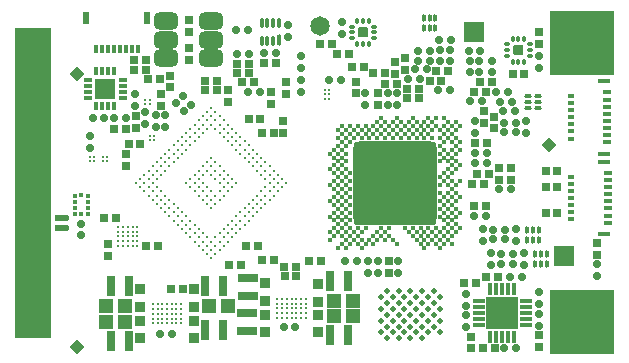
<source format=gbs>
G04*
G04 #@! TF.GenerationSoftware,Altium Limited,Altium Designer,19.0.15 (446)*
G04*
G04 Layer_Color=16711935*
%FSLAX24Y24*%
%MOIN*%
G70*
G01*
G75*
%ADD27R,0.0315X0.0315*%
%ADD43R,0.0295X0.0157*%
%ADD60R,0.0266X0.0236*%
%ADD61R,0.0440X0.0420*%
%ADD63R,0.1230X1.0335*%
%ADD64R,0.0256X0.0256*%
G04:AMPARAMS|DCode=65|XSize=25.6mil|YSize=25.6mil|CornerRadius=9.8mil|HoleSize=0mil|Usage=FLASHONLY|Rotation=180.000|XOffset=0mil|YOffset=0mil|HoleType=Round|Shape=RoundedRectangle|*
%AMROUNDEDRECTD65*
21,1,0.0256,0.0059,0,0,180.0*
21,1,0.0059,0.0256,0,0,180.0*
1,1,0.0197,-0.0030,0.0030*
1,1,0.0197,0.0030,0.0030*
1,1,0.0197,0.0030,-0.0030*
1,1,0.0197,-0.0030,-0.0030*
%
%ADD65ROUNDEDRECTD65*%
%ADD67C,0.0118*%
%ADD68R,0.0374X0.0374*%
%ADD70R,0.0256X0.0256*%
%ADD71R,0.0689X0.0256*%
G04:AMPARAMS|DCode=75|XSize=25.6mil|YSize=25.6mil|CornerRadius=9.8mil|HoleSize=0mil|Usage=FLASHONLY|Rotation=90.000|XOffset=0mil|YOffset=0mil|HoleType=Round|Shape=RoundedRectangle|*
%AMROUNDEDRECTD75*
21,1,0.0256,0.0059,0,0,90.0*
21,1,0.0059,0.0256,0,0,90.0*
1,1,0.0197,0.0030,0.0030*
1,1,0.0197,0.0030,-0.0030*
1,1,0.0197,-0.0030,-0.0030*
1,1,0.0197,-0.0030,0.0030*
%
%ADD75ROUNDEDRECTD75*%
%ADD76R,0.1063X0.1063*%
%ADD77O,0.0165X0.0409*%
%ADD78O,0.0409X0.0165*%
%ADD79P,0.0501X4X90.0*%
%ADD80C,0.0236*%
%ADD81R,0.0138X0.0236*%
%ADD82C,0.0650*%
%ADD88R,0.0459X0.0459*%
%ADD107R,0.1043X0.0295*%
%ADD108R,0.2165X0.2165*%
%ADD114C,0.0197*%
%ADD168R,0.0315X0.0315*%
%ADD169C,0.0169*%
%ADD170R,0.0236X0.0157*%
%ADD171R,0.0433X0.0177*%
%ADD172R,0.0138X0.0177*%
%ADD173R,0.0177X0.0138*%
G04:AMPARAMS|DCode=174|XSize=37.4mil|YSize=15.7mil|CornerRadius=5.4mil|HoleSize=0mil|Usage=FLASHONLY|Rotation=90.000|XOffset=0mil|YOffset=0mil|HoleType=Round|Shape=RoundedRectangle|*
%AMROUNDEDRECTD174*
21,1,0.0374,0.0049,0,0,90.0*
21,1,0.0266,0.0157,0,0,90.0*
1,1,0.0108,0.0025,0.0133*
1,1,0.0108,0.0025,-0.0133*
1,1,0.0108,-0.0025,-0.0133*
1,1,0.0108,-0.0025,0.0133*
%
%ADD174ROUNDEDRECTD174*%
G04:AMPARAMS|DCode=175|XSize=33.5mil|YSize=15.7mil|CornerRadius=5.4mil|HoleSize=0mil|Usage=FLASHONLY|Rotation=90.000|XOffset=0mil|YOffset=0mil|HoleType=Round|Shape=RoundedRectangle|*
%AMROUNDEDRECTD175*
21,1,0.0335,0.0049,0,0,90.0*
21,1,0.0226,0.0157,0,0,90.0*
1,1,0.0108,0.0025,0.0113*
1,1,0.0108,0.0025,-0.0113*
1,1,0.0108,-0.0025,-0.0113*
1,1,0.0108,-0.0025,0.0113*
%
%ADD175ROUNDEDRECTD175*%
G04:AMPARAMS|DCode=176|XSize=13mil|YSize=24.8mil|CornerRadius=4mil|HoleSize=0mil|Usage=FLASHONLY|Rotation=90.000|XOffset=0mil|YOffset=0mil|HoleType=Round|Shape=RoundedRectangle|*
%AMROUNDEDRECTD176*
21,1,0.0130,0.0167,0,0,90.0*
21,1,0.0049,0.0248,0,0,90.0*
1,1,0.0081,0.0084,0.0025*
1,1,0.0081,0.0084,-0.0025*
1,1,0.0081,-0.0084,-0.0025*
1,1,0.0081,-0.0084,0.0025*
%
%ADD176ROUNDEDRECTD176*%
%ADD177R,0.0256X0.0689*%
%ADD178R,0.0650X0.0650*%
%ADD179O,0.0276X0.0157*%
%ADD180O,0.0157X0.0276*%
%ADD181R,0.0709X0.0709*%
%ADD182R,0.0650X0.0650*%
G04:AMPARAMS|DCode=183|XSize=25.6mil|YSize=25.6mil|CornerRadius=9.8mil|HoleSize=0mil|Usage=FLASHONLY|Rotation=135.000|XOffset=0mil|YOffset=0mil|HoleType=Round|Shape=RoundedRectangle|*
%AMROUNDEDRECTD183*
21,1,0.0256,0.0059,0,0,135.0*
21,1,0.0059,0.0256,0,0,135.0*
1,1,0.0197,0.0000,0.0042*
1,1,0.0197,0.0042,0.0000*
1,1,0.0197,0.0000,-0.0042*
1,1,0.0197,-0.0042,0.0000*
%
%ADD183ROUNDEDRECTD183*%
G04:AMPARAMS|DCode=184|XSize=13mil|YSize=24.8mil|CornerRadius=4mil|HoleSize=0mil|Usage=FLASHONLY|Rotation=0.000|XOffset=0mil|YOffset=0mil|HoleType=Round|Shape=RoundedRectangle|*
%AMROUNDEDRECTD184*
21,1,0.0130,0.0167,0,0,0.0*
21,1,0.0049,0.0248,0,0,0.0*
1,1,0.0081,0.0025,-0.0084*
1,1,0.0081,-0.0025,-0.0084*
1,1,0.0081,-0.0025,0.0084*
1,1,0.0081,0.0025,0.0084*
%
%ADD184ROUNDEDRECTD184*%
%ADD185O,0.0236X0.0138*%
%ADD186O,0.0138X0.0236*%
G04:AMPARAMS|DCode=187|XSize=35.8mil|YSize=35.8mil|CornerRadius=6.7mil|HoleSize=0mil|Usage=FLASHONLY|Rotation=0.000|XOffset=0mil|YOffset=0mil|HoleType=Round|Shape=RoundedRectangle|*
%AMROUNDEDRECTD187*
21,1,0.0358,0.0224,0,0,0.0*
21,1,0.0224,0.0358,0,0,0.0*
1,1,0.0134,0.0112,-0.0112*
1,1,0.0134,-0.0112,-0.0112*
1,1,0.0134,-0.0112,0.0112*
1,1,0.0134,0.0112,0.0112*
%
%ADD187ROUNDEDRECTD187*%
G04:AMPARAMS|DCode=188|XSize=42.9mil|YSize=42.9mil|CornerRadius=11.7mil|HoleSize=0mil|Usage=FLASHONLY|Rotation=180.000|XOffset=0mil|YOffset=0mil|HoleType=Round|Shape=RoundedRectangle|*
%AMROUNDEDRECTD188*
21,1,0.0429,0.0195,0,0,180.0*
21,1,0.0195,0.0429,0,0,180.0*
1,1,0.0234,-0.0097,0.0097*
1,1,0.0234,0.0097,0.0097*
1,1,0.0234,0.0097,-0.0097*
1,1,0.0234,-0.0097,-0.0097*
%
%ADD188ROUNDEDRECTD188*%
%ADD189R,0.2402X0.2791*%
%ADD190R,0.2791X0.2402*%
G04:AMPARAMS|DCode=191|XSize=42.9mil|YSize=42.9mil|CornerRadius=11.7mil|HoleSize=0mil|Usage=FLASHONLY|Rotation=90.000|XOffset=0mil|YOffset=0mil|HoleType=Round|Shape=RoundedRectangle|*
%AMROUNDEDRECTD191*
21,1,0.0429,0.0195,0,0,90.0*
21,1,0.0195,0.0429,0,0,90.0*
1,1,0.0234,0.0097,0.0097*
1,1,0.0234,0.0097,-0.0097*
1,1,0.0234,-0.0097,-0.0097*
1,1,0.0234,-0.0097,0.0097*
%
%ADD191ROUNDEDRECTD191*%
%ADD192C,0.0118*%
%ADD193R,0.0157X0.0315*%
%ADD194R,0.0197X0.0433*%
G04:AMPARAMS|DCode=195|XSize=57.1mil|YSize=78.7mil|CornerRadius=15.7mil|HoleSize=0mil|Usage=FLASHONLY|Rotation=270.000|XOffset=0mil|YOffset=0mil|HoleType=Round|Shape=RoundedRectangle|*
%AMROUNDEDRECTD195*
21,1,0.0571,0.0472,0,0,270.0*
21,1,0.0256,0.0787,0,0,270.0*
1,1,0.0315,-0.0236,-0.0128*
1,1,0.0315,-0.0236,0.0128*
1,1,0.0315,0.0236,0.0128*
1,1,0.0315,0.0236,-0.0128*
%
%ADD195ROUNDEDRECTD195*%
G36*
X45669Y46654D02*
Y46427D01*
X45354D01*
Y46742D01*
X45581D01*
X45669Y46654D01*
D02*
G37*
G36*
X50532Y45925D02*
Y46152D01*
X50846D01*
Y45837D01*
X50620D01*
X50532Y45925D01*
D02*
G37*
G54D27*
X37116Y44508D02*
D03*
X36722Y44902D02*
D03*
G54D43*
X53657Y42933D02*
D03*
Y44114D02*
D03*
Y44587D02*
D03*
Y44351D02*
D03*
Y43878D02*
D03*
Y43642D02*
D03*
Y43406D02*
D03*
Y43169D02*
D03*
X53661Y40482D02*
D03*
Y40719D02*
D03*
Y40955D02*
D03*
Y41191D02*
D03*
Y41663D02*
D03*
Y41900D02*
D03*
Y41427D02*
D03*
Y40246D02*
D03*
G54D60*
X35468Y40404D02*
D03*
X35468Y40069D02*
D03*
G54D61*
X44528Y37648D02*
D03*
X45168D02*
D03*
X44528Y37136D02*
D03*
X45168D02*
D03*
X36929Y37481D02*
D03*
X37569D02*
D03*
X37569Y36929D02*
D03*
X36929D02*
D03*
X41024Y37480D02*
D03*
X40384D02*
D03*
G54D63*
X34523Y41575D02*
D03*
G54D64*
X38091Y42884D02*
D03*
X37697D02*
D03*
X45856Y45226D02*
D03*
X46250D02*
D03*
X42208Y45570D02*
D03*
X42602D02*
D03*
X42146Y43235D02*
D03*
X42539D02*
D03*
X51988Y41978D02*
D03*
X51594D02*
D03*
Y41427D02*
D03*
X51988D02*
D03*
X51594Y40571D02*
D03*
X51988D02*
D03*
X47362Y44715D02*
D03*
X46968D02*
D03*
X49813Y44921D02*
D03*
X49419D02*
D03*
X47362Y44400D02*
D03*
X46968D02*
D03*
X49616Y44606D02*
D03*
X49222D02*
D03*
X48120Y44971D02*
D03*
X47726D02*
D03*
X48337Y45305D02*
D03*
X47943D02*
D03*
X49528Y41536D02*
D03*
X49134D02*
D03*
X41319Y45236D02*
D03*
X41713D02*
D03*
X49892Y36053D02*
D03*
X49498D02*
D03*
X48888Y38238D02*
D03*
X49282D02*
D03*
X50000Y38425D02*
D03*
X49606D02*
D03*
X50039Y42057D02*
D03*
X50433D02*
D03*
X49311Y41860D02*
D03*
X49705D02*
D03*
X38681Y39459D02*
D03*
X38287D02*
D03*
X42884Y38780D02*
D03*
X43278D02*
D03*
X38268Y45660D02*
D03*
X37874D02*
D03*
X37874Y45345D02*
D03*
X38268D02*
D03*
X38750Y45030D02*
D03*
X38356D02*
D03*
X36890Y40413D02*
D03*
X37283D02*
D03*
X37224Y43356D02*
D03*
X37618D02*
D03*
X44085Y46211D02*
D03*
X44478D02*
D03*
X43720Y38957D02*
D03*
X44114D02*
D03*
X42894Y38465D02*
D03*
X43287D02*
D03*
X42156Y38986D02*
D03*
X42549D02*
D03*
X41604Y39459D02*
D03*
X41998D02*
D03*
X42087Y43711D02*
D03*
X41693D02*
D03*
X40640Y44980D02*
D03*
X40246D02*
D03*
X40640Y44665D02*
D03*
X40246D02*
D03*
X45148Y45423D02*
D03*
X45541D02*
D03*
X41713Y45551D02*
D03*
X41319D02*
D03*
X45049Y45856D02*
D03*
X44656D02*
D03*
X39498Y38022D02*
D03*
X39104D02*
D03*
X41870Y44921D02*
D03*
X41476D02*
D03*
X49636Y42904D02*
D03*
X49242D02*
D03*
X50886Y45217D02*
D03*
X50492D02*
D03*
X49596Y40817D02*
D03*
X49203D02*
D03*
X46644Y44882D02*
D03*
X46250D02*
D03*
X50433Y41683D02*
D03*
X50039D02*
D03*
X41437Y38829D02*
D03*
X41043D02*
D03*
G54D65*
X42208Y45904D02*
D03*
X42602D02*
D03*
X50423Y38425D02*
D03*
X50817D02*
D03*
X50600Y36053D02*
D03*
X50207D02*
D03*
X38740Y36545D02*
D03*
X39134D02*
D03*
X42864Y36782D02*
D03*
X43258D02*
D03*
X50248Y39687D02*
D03*
X50246Y40000D02*
D03*
X50433Y41358D02*
D03*
X50039D02*
D03*
X36496Y43721D02*
D03*
X36890D02*
D03*
X37224D02*
D03*
X37618D02*
D03*
X50207Y43583D02*
D03*
X50600D02*
D03*
X49419Y45984D02*
D03*
X49026D02*
D03*
X41673Y46654D02*
D03*
X41280D02*
D03*
X42067Y44597D02*
D03*
X41673D02*
D03*
X49636Y42569D02*
D03*
X49242D02*
D03*
X49636Y42244D02*
D03*
X49242D02*
D03*
X45315Y38967D02*
D03*
X44921D02*
D03*
X49203Y40482D02*
D03*
X49596D02*
D03*
X49065Y44291D02*
D03*
X44380Y44990D02*
D03*
X44774D02*
D03*
X49931Y44606D02*
D03*
X50325D02*
D03*
X50600Y43268D02*
D03*
X50207D02*
D03*
X50089Y44272D02*
D03*
X50482D02*
D03*
X50581Y43957D02*
D03*
X50187D02*
D03*
X47628Y45354D02*
D03*
X47234D02*
D03*
X47346Y45650D02*
D03*
X47739D02*
D03*
X48435Y46349D02*
D03*
X48041D02*
D03*
X41713Y45866D02*
D03*
X41319D02*
D03*
X47411Y45030D02*
D03*
X47018D02*
D03*
X47736Y45965D02*
D03*
X47343D02*
D03*
X50117Y39187D02*
D03*
Y38872D02*
D03*
X50511Y39187D02*
D03*
Y38872D02*
D03*
X49852Y40000D02*
D03*
X49854Y39687D02*
D03*
X49459Y44291D02*
D03*
X48406Y44656D02*
D03*
X48012D02*
D03*
G54D67*
X38258Y44351D02*
D03*
Y44213D02*
D03*
X38396Y44351D02*
D03*
Y44213D02*
D03*
X38530Y43002D02*
D03*
Y43140D02*
D03*
X38392Y43002D02*
D03*
Y43140D02*
D03*
X39449Y37520D02*
D03*
X38504Y36890D02*
D03*
Y37047D02*
D03*
Y37205D02*
D03*
Y37362D02*
D03*
Y37520D02*
D03*
X39449Y37205D02*
D03*
Y37362D02*
D03*
X39134Y36890D02*
D03*
Y37047D02*
D03*
Y37205D02*
D03*
Y37362D02*
D03*
Y37520D02*
D03*
X39449Y36890D02*
D03*
X39291D02*
D03*
Y37047D02*
D03*
Y37205D02*
D03*
Y37362D02*
D03*
Y37520D02*
D03*
X38661Y36890D02*
D03*
Y37047D02*
D03*
Y37205D02*
D03*
X39449Y37047D02*
D03*
X38661Y37362D02*
D03*
Y37520D02*
D03*
X38976D02*
D03*
Y37362D02*
D03*
Y37205D02*
D03*
Y37047D02*
D03*
Y36890D02*
D03*
X38819Y37520D02*
D03*
Y37362D02*
D03*
Y37205D02*
D03*
Y37047D02*
D03*
Y36890D02*
D03*
X42972Y37077D02*
D03*
Y37234D02*
D03*
Y37392D02*
D03*
Y37549D02*
D03*
Y37707D02*
D03*
X43130Y37077D02*
D03*
Y37234D02*
D03*
Y37392D02*
D03*
Y37549D02*
D03*
Y37707D02*
D03*
X42815D02*
D03*
Y37549D02*
D03*
X43602Y37234D02*
D03*
X42815Y37392D02*
D03*
Y37234D02*
D03*
Y37077D02*
D03*
X43445Y37707D02*
D03*
Y37549D02*
D03*
Y37392D02*
D03*
Y37234D02*
D03*
Y37077D02*
D03*
X43602D02*
D03*
X43287Y37707D02*
D03*
Y37549D02*
D03*
Y37392D02*
D03*
Y37234D02*
D03*
Y37077D02*
D03*
X43602Y37549D02*
D03*
Y37392D02*
D03*
X42657Y37707D02*
D03*
Y37549D02*
D03*
Y37392D02*
D03*
Y37234D02*
D03*
Y37077D02*
D03*
X43602Y37707D02*
D03*
X37982Y39478D02*
D03*
X37352Y40108D02*
D03*
X37510D02*
D03*
X37667D02*
D03*
X37825D02*
D03*
X37982D02*
D03*
X37667Y39478D02*
D03*
X37825D02*
D03*
X37352Y39793D02*
D03*
X37510D02*
D03*
X37667D02*
D03*
X37825D02*
D03*
X37982D02*
D03*
X37352Y39478D02*
D03*
Y39636D02*
D03*
X37510D02*
D03*
X37667D02*
D03*
X37825D02*
D03*
X37982D02*
D03*
X37352Y39951D02*
D03*
X37510D02*
D03*
X37667D02*
D03*
X37510Y39478D02*
D03*
X37825Y39951D02*
D03*
X37982D02*
D03*
X44232Y44360D02*
D03*
X44390D02*
D03*
Y44675D02*
D03*
X44232D02*
D03*
X44390Y44518D02*
D03*
X44232D02*
D03*
X36555Y42313D02*
D03*
Y42451D02*
D03*
X36417Y42313D02*
D03*
Y42451D02*
D03*
X36988Y42313D02*
D03*
Y42451D02*
D03*
X36850Y42313D02*
D03*
Y42451D02*
D03*
G54D68*
X42244Y37628D02*
D03*
Y38219D02*
D03*
Y37175D02*
D03*
Y36585D02*
D03*
X44016Y37175D02*
D03*
Y36585D02*
D03*
Y37608D02*
D03*
Y38199D02*
D03*
X38081Y36978D02*
D03*
Y36388D02*
D03*
Y37441D02*
D03*
Y38032D02*
D03*
X39872Y36978D02*
D03*
Y36388D02*
D03*
Y37431D02*
D03*
Y38022D02*
D03*
G54D70*
X37598Y42520D02*
D03*
Y42126D02*
D03*
X42854Y43238D02*
D03*
Y43632D02*
D03*
X49557Y43583D02*
D03*
Y43976D02*
D03*
X49872Y43386D02*
D03*
Y43780D02*
D03*
X49124Y36447D02*
D03*
Y36053D02*
D03*
X46565Y45610D02*
D03*
Y45217D02*
D03*
X51368Y36486D02*
D03*
Y36093D02*
D03*
X46900Y45345D02*
D03*
Y45738D02*
D03*
X37933Y43415D02*
D03*
Y43809D02*
D03*
X46014Y44567D02*
D03*
Y44173D02*
D03*
X45266Y44557D02*
D03*
Y44951D02*
D03*
X36998Y39124D02*
D03*
Y39518D02*
D03*
X39065Y45148D02*
D03*
Y44754D02*
D03*
X39715Y46063D02*
D03*
Y45669D02*
D03*
Y46998D02*
D03*
Y46604D02*
D03*
X38770Y44144D02*
D03*
Y44538D02*
D03*
X41004Y44675D02*
D03*
Y44282D02*
D03*
X42430Y44201D02*
D03*
Y44595D02*
D03*
X51388Y46191D02*
D03*
Y46585D02*
D03*
X53297Y39567D02*
D03*
Y39173D02*
D03*
X46368Y38573D02*
D03*
Y38967D02*
D03*
X42943Y44921D02*
D03*
Y44528D02*
D03*
G54D71*
X41654Y37225D02*
D03*
Y36634D02*
D03*
X41673Y38406D02*
D03*
Y37815D02*
D03*
G54D75*
X36122Y40217D02*
D03*
Y39823D02*
D03*
X43022Y46427D02*
D03*
Y46821D02*
D03*
X50935Y43228D02*
D03*
Y43622D02*
D03*
X51368Y37195D02*
D03*
Y36801D02*
D03*
Y37943D02*
D03*
Y37549D02*
D03*
X48947Y37874D02*
D03*
Y37480D02*
D03*
Y36762D02*
D03*
Y37156D02*
D03*
X50600Y39646D02*
D03*
Y40040D02*
D03*
X49498Y39646D02*
D03*
Y40040D02*
D03*
X44803Y46929D02*
D03*
Y46536D02*
D03*
X37913Y44518D02*
D03*
Y44124D02*
D03*
X45581Y44163D02*
D03*
Y44557D02*
D03*
X43435Y44597D02*
D03*
Y44990D02*
D03*
Y45413D02*
D03*
Y45807D02*
D03*
X46644Y44173D02*
D03*
Y44567D02*
D03*
X46329Y44173D02*
D03*
Y44567D02*
D03*
X45659Y38967D02*
D03*
Y38573D02*
D03*
X46014Y38967D02*
D03*
Y38573D02*
D03*
X46683Y38967D02*
D03*
Y38573D02*
D03*
X49380Y45256D02*
D03*
X49065D02*
D03*
X49813D02*
D03*
Y45650D02*
D03*
X49242Y43642D02*
D03*
Y43248D02*
D03*
X48081Y46014D02*
D03*
Y45620D02*
D03*
X48396Y46014D02*
D03*
Y45620D02*
D03*
X38917Y43445D02*
D03*
Y43839D02*
D03*
X38602Y43445D02*
D03*
Y43839D02*
D03*
X38258Y43927D02*
D03*
Y43534D02*
D03*
X51388Y45404D02*
D03*
Y45797D02*
D03*
X50865Y39232D02*
D03*
Y38838D02*
D03*
X49763Y39232D02*
D03*
Y38838D02*
D03*
X49380Y45650D02*
D03*
X49065D02*
D03*
X36417Y43130D02*
D03*
Y42736D02*
D03*
X53297Y38858D02*
D03*
Y38465D02*
D03*
G54D76*
X50148Y37234D02*
D03*
G54D77*
X50541Y38022D02*
D03*
X50344D02*
D03*
X50148D02*
D03*
X49951D02*
D03*
X49754D02*
D03*
Y36447D02*
D03*
X49951D02*
D03*
X50148D02*
D03*
X50344D02*
D03*
X50541D02*
D03*
G54D78*
X49360Y37628D02*
D03*
Y37431D02*
D03*
Y37234D02*
D03*
Y37038D02*
D03*
Y36841D02*
D03*
X50935D02*
D03*
Y37038D02*
D03*
Y37234D02*
D03*
Y37431D02*
D03*
Y37628D02*
D03*
G54D79*
X35965Y36112D02*
D03*
X35974Y45187D02*
D03*
X51722Y42825D02*
D03*
G54D80*
X35335Y40404D02*
D03*
X35610D02*
D03*
X35335Y40069D02*
D03*
X35610D02*
D03*
G54D81*
X35561Y40404D02*
D03*
X35384D02*
D03*
X35561Y40069D02*
D03*
X35384D02*
D03*
G54D82*
X44065Y46791D02*
D03*
G54D88*
X44528Y37648D02*
D03*
X45168D02*
D03*
X44528Y37136D02*
D03*
X45168D02*
D03*
X36929Y37480D02*
D03*
X37569D02*
D03*
Y36929D02*
D03*
X36929D02*
D03*
X41024Y37480D02*
D03*
X40384D02*
D03*
G54D107*
X34596Y46073D02*
D03*
Y45758D02*
D03*
Y45443D02*
D03*
Y45128D02*
D03*
Y44813D02*
D03*
Y44498D02*
D03*
Y44183D02*
D03*
Y43868D02*
D03*
Y42293D02*
D03*
Y41978D02*
D03*
Y41663D02*
D03*
Y41348D02*
D03*
Y41033D02*
D03*
Y40719D02*
D03*
Y40404D02*
D03*
Y40089D02*
D03*
Y39774D02*
D03*
Y39459D02*
D03*
Y39144D02*
D03*
Y38829D02*
D03*
Y38514D02*
D03*
Y38199D02*
D03*
Y37884D02*
D03*
Y37569D02*
D03*
Y37254D02*
D03*
Y36939D02*
D03*
G54D108*
X52805Y36939D02*
D03*
Y46230D02*
D03*
G54D114*
X46102Y36585D02*
D03*
Y37372D02*
D03*
Y36978D02*
D03*
Y37766D02*
D03*
X48071Y37372D02*
D03*
Y37766D02*
D03*
X47283Y36585D02*
D03*
Y36978D02*
D03*
Y37372D02*
D03*
Y37766D02*
D03*
X47677Y36585D02*
D03*
Y36978D02*
D03*
Y37372D02*
D03*
Y37766D02*
D03*
X48071Y36585D02*
D03*
X46890Y37766D02*
D03*
Y37372D02*
D03*
Y36978D02*
D03*
Y36585D02*
D03*
X46496Y37766D02*
D03*
Y37372D02*
D03*
Y36978D02*
D03*
Y36585D02*
D03*
X48071Y36978D02*
D03*
X47874Y37963D02*
D03*
X47087D02*
D03*
X47480D02*
D03*
X46693D02*
D03*
X46299D02*
D03*
X47874Y37175D02*
D03*
Y37569D02*
D03*
X47087Y36388D02*
D03*
Y36782D02*
D03*
Y37175D02*
D03*
Y37569D02*
D03*
X47480Y36388D02*
D03*
Y36782D02*
D03*
Y37175D02*
D03*
Y37569D02*
D03*
X47874Y36782D02*
D03*
X46693Y37569D02*
D03*
Y37175D02*
D03*
Y36782D02*
D03*
Y36388D02*
D03*
X46299Y37569D02*
D03*
Y37175D02*
D03*
Y36782D02*
D03*
Y36388D02*
D03*
G54D168*
X36722Y44508D02*
D03*
X37116Y44902D02*
D03*
G54D169*
X48476Y41368D02*
D03*
X48607Y41237D02*
D03*
X46116Y43728D02*
D03*
X46640D02*
D03*
X47165D02*
D03*
X47689D02*
D03*
X47951D02*
D03*
X48214D02*
D03*
X48345Y43597D02*
D03*
X47820D02*
D03*
X47558D02*
D03*
X47296D02*
D03*
X47034D02*
D03*
X46771D02*
D03*
X46509D02*
D03*
X48607D02*
D03*
X46247D02*
D03*
X45985D02*
D03*
X48476Y43466D02*
D03*
X48214D02*
D03*
X47951D02*
D03*
X47689D02*
D03*
X47427D02*
D03*
X47165D02*
D03*
X46903D02*
D03*
X46640D02*
D03*
X48738D02*
D03*
X46378D02*
D03*
X46116D02*
D03*
X45854D02*
D03*
X45592D02*
D03*
X45329D02*
D03*
X45067D02*
D03*
X44805D02*
D03*
X48345Y43335D02*
D03*
X48082D02*
D03*
X47820D02*
D03*
X47558D02*
D03*
X47296D02*
D03*
X47034D02*
D03*
X46771D02*
D03*
X46509D02*
D03*
X48607D02*
D03*
X46247D02*
D03*
X45985D02*
D03*
X45723D02*
D03*
X45460D02*
D03*
X45198D02*
D03*
X44936D02*
D03*
X44674D02*
D03*
X48476Y43204D02*
D03*
X48214D02*
D03*
X47689D02*
D03*
X47427D02*
D03*
X47165D02*
D03*
X46903D02*
D03*
X46640D02*
D03*
X46378D02*
D03*
X46116D02*
D03*
X45854D02*
D03*
X45592D02*
D03*
X45329D02*
D03*
X45067D02*
D03*
X44805D02*
D03*
X48345Y43073D02*
D03*
X48082D02*
D03*
X47820D02*
D03*
X47558D02*
D03*
X47296D02*
D03*
X47034D02*
D03*
X46771D02*
D03*
X46509D02*
D03*
X48607D02*
D03*
X46247D02*
D03*
X45985D02*
D03*
X45723D02*
D03*
X45460D02*
D03*
X45198D02*
D03*
X44936D02*
D03*
X44674D02*
D03*
Y39402D02*
D03*
X44936D02*
D03*
X45460D02*
D03*
X46640Y39533D02*
D03*
X46247Y39664D02*
D03*
X47558Y39402D02*
D03*
X48082D02*
D03*
X44805Y39533D02*
D03*
X45067D02*
D03*
X45329D02*
D03*
X45592D02*
D03*
X45854D02*
D03*
X47427D02*
D03*
X47689D02*
D03*
X47951D02*
D03*
X48214D02*
D03*
X48476D02*
D03*
X44412Y39664D02*
D03*
X44936D02*
D03*
X45198D02*
D03*
X45460D02*
D03*
X45723D02*
D03*
X45985D02*
D03*
X46509D02*
D03*
X47296D02*
D03*
X47558D02*
D03*
X47820D02*
D03*
X48082D02*
D03*
X48345D02*
D03*
X44543Y39795D02*
D03*
X44805D02*
D03*
X45067D02*
D03*
X45329D02*
D03*
X45854D02*
D03*
X46116D02*
D03*
X46378D02*
D03*
X47165D02*
D03*
X47427D02*
D03*
X47689D02*
D03*
X47951D02*
D03*
X48214D02*
D03*
X48476D02*
D03*
X44412Y39926D02*
D03*
X44674D02*
D03*
X44936D02*
D03*
X45198D02*
D03*
X45460D02*
D03*
X45985D02*
D03*
X46247D02*
D03*
X48607D02*
D03*
X47034D02*
D03*
X47296D02*
D03*
X47558D02*
D03*
X47820D02*
D03*
X48082D02*
D03*
X48345D02*
D03*
X48476Y40057D02*
D03*
X48214D02*
D03*
X47951D02*
D03*
X47689D02*
D03*
X47427D02*
D03*
X47165D02*
D03*
X46903D02*
D03*
X46378D02*
D03*
X48738D02*
D03*
X46116D02*
D03*
X45592D02*
D03*
X45329D02*
D03*
X45067D02*
D03*
X44805D02*
D03*
X44543D02*
D03*
X48607Y42286D02*
D03*
X48082D02*
D03*
X48345D02*
D03*
X48214Y42417D02*
D03*
X48476D02*
D03*
X48607Y42548D02*
D03*
X48082D02*
D03*
X48345D02*
D03*
X48738Y42679D02*
D03*
X48214D02*
D03*
X48476D02*
D03*
X48607Y42811D02*
D03*
X48082D02*
D03*
X48476Y42942D02*
D03*
X48214D02*
D03*
X48738D02*
D03*
X48607Y41500D02*
D03*
X48082D02*
D03*
X48345D02*
D03*
X48738Y41631D02*
D03*
X48214D02*
D03*
X48476D02*
D03*
X48082Y41762D02*
D03*
X48345D02*
D03*
X48214Y41893D02*
D03*
X48476D02*
D03*
X48607Y42024D02*
D03*
X48345D02*
D03*
X48476Y42155D02*
D03*
X48738D02*
D03*
X48607Y40713D02*
D03*
X48082D02*
D03*
X48345D02*
D03*
X48214Y40844D02*
D03*
X48476D02*
D03*
X48607Y40975D02*
D03*
X48082D02*
D03*
X48345D02*
D03*
X48738Y41106D02*
D03*
X48214D02*
D03*
X48476D02*
D03*
X48082Y41237D02*
D03*
X48345D02*
D03*
X48476Y40582D02*
D03*
X48214D02*
D03*
X48738D02*
D03*
X48345Y40451D02*
D03*
X48082D02*
D03*
X48607D02*
D03*
X48476Y40320D02*
D03*
X48214D02*
D03*
X48345Y40188D02*
D03*
X48607D02*
D03*
X44936D02*
D03*
X44674D02*
D03*
X45067Y40320D02*
D03*
X44543D02*
D03*
X44805D02*
D03*
X44936Y40451D02*
D03*
X44412D02*
D03*
X44674D02*
D03*
X45067Y40582D02*
D03*
X44543D02*
D03*
X44805D02*
D03*
X45067Y41368D02*
D03*
X44543D02*
D03*
X44805D02*
D03*
X44674Y41237D02*
D03*
X44936D02*
D03*
X44805Y41106D02*
D03*
X44543D02*
D03*
X45067D02*
D03*
X44674Y40975D02*
D03*
X44412D02*
D03*
X44936D02*
D03*
X44805Y40844D02*
D03*
X44543D02*
D03*
X45067D02*
D03*
X44674Y40713D02*
D03*
X44936D02*
D03*
X44543Y42155D02*
D03*
X44805D02*
D03*
X44674Y42024D02*
D03*
X44412D02*
D03*
X44936D02*
D03*
X44805Y41893D02*
D03*
X44543D02*
D03*
X45067D02*
D03*
X44674Y41762D02*
D03*
X44936D02*
D03*
X44805Y41631D02*
D03*
X44543D02*
D03*
X45067D02*
D03*
X44674Y41500D02*
D03*
X44412D02*
D03*
X44936D02*
D03*
X45067Y42942D02*
D03*
X44805D02*
D03*
X44674Y42811D02*
D03*
X44936D02*
D03*
X44805Y42679D02*
D03*
X44543D02*
D03*
X44674Y42548D02*
D03*
X44412D02*
D03*
X44936D02*
D03*
X44805Y42417D02*
D03*
X44543D02*
D03*
X44674Y42286D02*
D03*
X44936D02*
D03*
G54D170*
X52450Y43051D02*
D03*
Y43996D02*
D03*
Y44469D02*
D03*
Y44233D02*
D03*
Y43524D02*
D03*
Y43288D02*
D03*
Y43760D02*
D03*
X52455Y41073D02*
D03*
Y40601D02*
D03*
Y40837D02*
D03*
Y41545D02*
D03*
Y41782D02*
D03*
Y41309D02*
D03*
Y40364D02*
D03*
G54D171*
X53552Y42549D02*
D03*
Y44971D02*
D03*
X53557Y42284D02*
D03*
Y39862D02*
D03*
G54D172*
X36122Y41156D02*
D03*
Y40518D02*
D03*
G54D173*
X35902Y40935D02*
D03*
Y40738D02*
D03*
Y40541D02*
D03*
X36343D02*
D03*
Y40738D02*
D03*
Y40935D02*
D03*
X35902Y41132D02*
D03*
X36343D02*
D03*
G54D174*
X42717Y46329D02*
D03*
G54D175*
X42520Y46309D02*
D03*
X42323D02*
D03*
X42126D02*
D03*
Y46900D02*
D03*
X42323D02*
D03*
X42520D02*
D03*
X42717D02*
D03*
G54D176*
X50994Y44065D02*
D03*
X51329D02*
D03*
Y44459D02*
D03*
Y44262D02*
D03*
X50994Y44459D02*
D03*
Y44262D02*
D03*
G54D177*
X45000Y36516D02*
D03*
X44409D02*
D03*
X45010Y38288D02*
D03*
X44419D02*
D03*
X37106Y38120D02*
D03*
X37697D02*
D03*
X37106Y36289D02*
D03*
X37697D02*
D03*
X40846Y38120D02*
D03*
X40256D02*
D03*
X40846Y36683D02*
D03*
X40256D02*
D03*
G54D178*
X52224Y39124D02*
D03*
G54D179*
X37500Y45000D02*
D03*
Y44803D02*
D03*
Y44606D02*
D03*
Y44410D02*
D03*
X36339D02*
D03*
Y44606D02*
D03*
Y44803D02*
D03*
Y45000D02*
D03*
G54D180*
X37215Y44124D02*
D03*
X37018D02*
D03*
X36821D02*
D03*
X36624D02*
D03*
Y45286D02*
D03*
X36821D02*
D03*
X37018D02*
D03*
X37215D02*
D03*
G54D181*
X36919Y44705D02*
D03*
G54D182*
X49203Y46614D02*
D03*
G54D183*
X39776Y44180D02*
D03*
X39498Y44459D02*
D03*
X39557Y43957D02*
D03*
X39279Y44235D02*
D03*
G54D184*
X51368Y39670D02*
D03*
X51171D02*
D03*
X50974D02*
D03*
X51368Y40005D02*
D03*
X51171D02*
D03*
X50974D02*
D03*
X47530Y47077D02*
D03*
X47726D02*
D03*
X47923D02*
D03*
X47530Y46742D02*
D03*
X47726D02*
D03*
X47923D02*
D03*
X51633Y38862D02*
D03*
X51436D02*
D03*
X51239D02*
D03*
X51633Y39197D02*
D03*
X51436D02*
D03*
X51239D02*
D03*
G54D185*
X50311Y45797D02*
D03*
Y45994D02*
D03*
Y46191D02*
D03*
X51067D02*
D03*
Y45994D02*
D03*
Y45797D02*
D03*
X45134Y46782D02*
D03*
Y46585D02*
D03*
Y46388D02*
D03*
X45890D02*
D03*
Y46585D02*
D03*
Y46782D02*
D03*
G54D186*
X50492Y46372D02*
D03*
X50689D02*
D03*
X50886D02*
D03*
Y45616D02*
D03*
X50689D02*
D03*
X50492D02*
D03*
X45709Y46963D02*
D03*
X45512D02*
D03*
X45315D02*
D03*
Y46207D02*
D03*
X45512D02*
D03*
X45709D02*
D03*
G54D187*
X50689Y45994D02*
D03*
X45512Y46585D02*
D03*
G54D188*
X47756Y40384D02*
D03*
X45394Y42746D02*
D03*
G54D189*
X46575Y41565D02*
D03*
G54D190*
D03*
G54D191*
X45394Y40384D02*
D03*
X47756Y42746D02*
D03*
G54D192*
X40866Y43096D02*
D03*
X40727Y43235D02*
D03*
X40588Y43375D02*
D03*
X40727Y43514D02*
D03*
X37943Y41565D02*
D03*
X38082Y41426D02*
D03*
X38221Y41287D02*
D03*
X38360Y41147D02*
D03*
X38500Y41008D02*
D03*
X38639Y40869D02*
D03*
X38778Y40730D02*
D03*
X38917Y40591D02*
D03*
X39056Y40452D02*
D03*
X39196Y40312D02*
D03*
X39335Y40173D02*
D03*
X39474Y40034D02*
D03*
X39613Y39895D02*
D03*
X39752Y39756D02*
D03*
X39892Y39616D02*
D03*
X40031Y39477D02*
D03*
X40170Y39338D02*
D03*
X40309Y39199D02*
D03*
X40448Y39060D02*
D03*
X38082Y41704D02*
D03*
X38221Y41565D02*
D03*
X38360Y41426D02*
D03*
X38500Y41287D02*
D03*
X38639Y41147D02*
D03*
X38778Y41008D02*
D03*
X38917Y40869D02*
D03*
X39056Y40730D02*
D03*
X39196Y40591D02*
D03*
X39335Y40452D02*
D03*
X39474Y40312D02*
D03*
X39613Y40173D02*
D03*
X39752Y40034D02*
D03*
X39892Y39895D02*
D03*
X40031Y39756D02*
D03*
X40170Y39616D02*
D03*
X40309Y39477D02*
D03*
X40448Y39338D02*
D03*
X40588Y39199D02*
D03*
X38221Y41843D02*
D03*
X38361Y41704D02*
D03*
X38500Y41565D02*
D03*
X38639Y41426D02*
D03*
X38778Y41287D02*
D03*
X38917Y41147D02*
D03*
X39056Y41008D02*
D03*
X39196Y40869D02*
D03*
X39335Y40730D02*
D03*
X39474Y40591D02*
D03*
X39613Y40452D02*
D03*
X39752Y40312D02*
D03*
X39892Y40173D02*
D03*
X40031Y40034D02*
D03*
X40170Y39895D02*
D03*
X40309Y39756D02*
D03*
X40448Y39616D02*
D03*
X40588Y39477D02*
D03*
X40727Y39338D02*
D03*
X38361Y41983D02*
D03*
X38500Y41843D02*
D03*
X38639Y41704D02*
D03*
X40588Y39756D02*
D03*
X40727Y39616D02*
D03*
X40866Y39477D02*
D03*
X38500Y42122D02*
D03*
X38639Y41983D02*
D03*
X38778Y41843D02*
D03*
X40727Y39895D02*
D03*
X40866Y39756D02*
D03*
X41005Y39616D02*
D03*
X38639Y42261D02*
D03*
X38778Y42122D02*
D03*
X38917Y41983D02*
D03*
X40866Y40034D02*
D03*
X41005Y39895D02*
D03*
X41144Y39756D02*
D03*
X38778Y42400D02*
D03*
X38917Y42261D02*
D03*
X39056Y42122D02*
D03*
X39613Y41565D02*
D03*
X39752Y41426D02*
D03*
X39892Y41287D02*
D03*
X40031Y41147D02*
D03*
X40170Y41008D02*
D03*
X40309Y40869D02*
D03*
X40448Y40730D02*
D03*
X41005Y40173D02*
D03*
X41144Y40034D02*
D03*
X41284Y39895D02*
D03*
X38917Y42539D02*
D03*
X39196Y42261D02*
D03*
X39752Y41704D02*
D03*
X39892Y41565D02*
D03*
X40031Y41426D02*
D03*
X40170Y41287D02*
D03*
X40309Y41147D02*
D03*
X40448Y41008D02*
D03*
X40588Y40869D02*
D03*
X41144Y40312D02*
D03*
X41284Y40173D02*
D03*
X41423Y40034D02*
D03*
X39056Y42679D02*
D03*
X39335Y42400D02*
D03*
X39892Y41843D02*
D03*
X40031Y41704D02*
D03*
X40170Y41565D02*
D03*
X40309Y41426D02*
D03*
X40448Y41287D02*
D03*
X40588Y41147D02*
D03*
X40727Y41008D02*
D03*
X41284Y40452D02*
D03*
X41423Y40312D02*
D03*
X41562Y40173D02*
D03*
X39196Y42818D02*
D03*
X39335Y42679D02*
D03*
X39474Y42539D02*
D03*
X40031Y41983D02*
D03*
X40170Y41843D02*
D03*
X40727Y41287D02*
D03*
X40866Y41147D02*
D03*
X41423Y40591D02*
D03*
X41562Y40452D02*
D03*
X41701Y40312D02*
D03*
X39335Y42957D02*
D03*
X39474Y42818D02*
D03*
X39613Y42679D02*
D03*
X40170Y42122D02*
D03*
X40309Y41983D02*
D03*
X40448Y41843D02*
D03*
X40588Y41704D02*
D03*
X40727Y41565D02*
D03*
X40866Y41426D02*
D03*
X41005Y41287D02*
D03*
X41562Y40730D02*
D03*
X41701Y40591D02*
D03*
X41840Y40452D02*
D03*
X39474Y43096D02*
D03*
X39613Y42957D02*
D03*
X39752Y42818D02*
D03*
X40309Y42261D02*
D03*
X40448Y42122D02*
D03*
X40588Y41983D02*
D03*
X40727Y41843D02*
D03*
X40866Y41704D02*
D03*
X41005Y41565D02*
D03*
X41144Y41426D02*
D03*
X41701Y40869D02*
D03*
X41840Y40730D02*
D03*
X41980Y40591D02*
D03*
X39613Y43235D02*
D03*
X39752Y43096D02*
D03*
X39892Y42957D02*
D03*
X40448Y42400D02*
D03*
X40588Y42261D02*
D03*
X40727Y42122D02*
D03*
X40866Y41983D02*
D03*
X41005Y41843D02*
D03*
X41144Y41704D02*
D03*
X41284Y41565D02*
D03*
X41840Y41008D02*
D03*
X41980Y40869D02*
D03*
X42119Y40730D02*
D03*
X39752Y43375D02*
D03*
X39892Y43235D02*
D03*
X40031Y43096D02*
D03*
X41980Y41147D02*
D03*
X42119Y41008D02*
D03*
X42258Y40869D02*
D03*
X39892Y43514D02*
D03*
X40031Y43375D02*
D03*
X40170Y43235D02*
D03*
X42119Y41287D02*
D03*
X42258Y41147D02*
D03*
X42397Y41008D02*
D03*
X40031Y43653D02*
D03*
X40170Y43514D02*
D03*
X40309Y43375D02*
D03*
X42258Y41426D02*
D03*
X42397Y41287D02*
D03*
X42536Y41147D02*
D03*
X40170Y43792D02*
D03*
X40309Y43653D02*
D03*
X40448Y43514D02*
D03*
X41005Y42957D02*
D03*
X41144Y42818D02*
D03*
X41284Y42679D02*
D03*
X41423Y42539D02*
D03*
X41562Y42400D02*
D03*
X41701Y42261D02*
D03*
X41840Y42122D02*
D03*
X41980Y41983D02*
D03*
X42119Y41843D02*
D03*
X42258Y41704D02*
D03*
X42397Y41565D02*
D03*
X42536Y41426D02*
D03*
X42676Y41287D02*
D03*
X40309Y43931D02*
D03*
X40448Y43792D02*
D03*
X40588Y43653D02*
D03*
X40866Y43375D02*
D03*
X41005Y43235D02*
D03*
X41144Y43096D02*
D03*
X41284Y42957D02*
D03*
X41423Y42818D02*
D03*
X41562Y42679D02*
D03*
X41701Y42539D02*
D03*
X41840Y42400D02*
D03*
X41980Y42261D02*
D03*
X42119Y42122D02*
D03*
X42258Y41983D02*
D03*
X42397Y41843D02*
D03*
X42536Y41704D02*
D03*
X42676Y41565D02*
D03*
X42815Y41426D02*
D03*
X40448Y44071D02*
D03*
X40588Y43931D02*
D03*
X40727Y43792D02*
D03*
X40866Y43653D02*
D03*
X41005Y43514D02*
D03*
X41144Y43375D02*
D03*
X41284Y43235D02*
D03*
X41423Y43096D02*
D03*
X41562Y42957D02*
D03*
X41701Y42818D02*
D03*
X41840Y42679D02*
D03*
X41980Y42539D02*
D03*
X42119Y42400D02*
D03*
X42258Y42261D02*
D03*
X42397Y42122D02*
D03*
X42536Y41983D02*
D03*
X42676Y41843D02*
D03*
X42815Y41704D02*
D03*
X42954Y41565D02*
D03*
X39196Y42539D02*
D03*
X39056Y42400D02*
D03*
G54D193*
X37994Y46034D02*
D03*
X37797D02*
D03*
X37010D02*
D03*
X37207D02*
D03*
X36813D02*
D03*
X36616D02*
D03*
X37404D02*
D03*
X37600D02*
D03*
G54D194*
X36289Y47077D02*
D03*
X38321D02*
D03*
G54D195*
X38947Y46978D02*
D03*
Y45719D02*
D03*
Y46349D02*
D03*
X40443Y45719D02*
D03*
Y46349D02*
D03*
Y46978D02*
D03*
M02*

</source>
